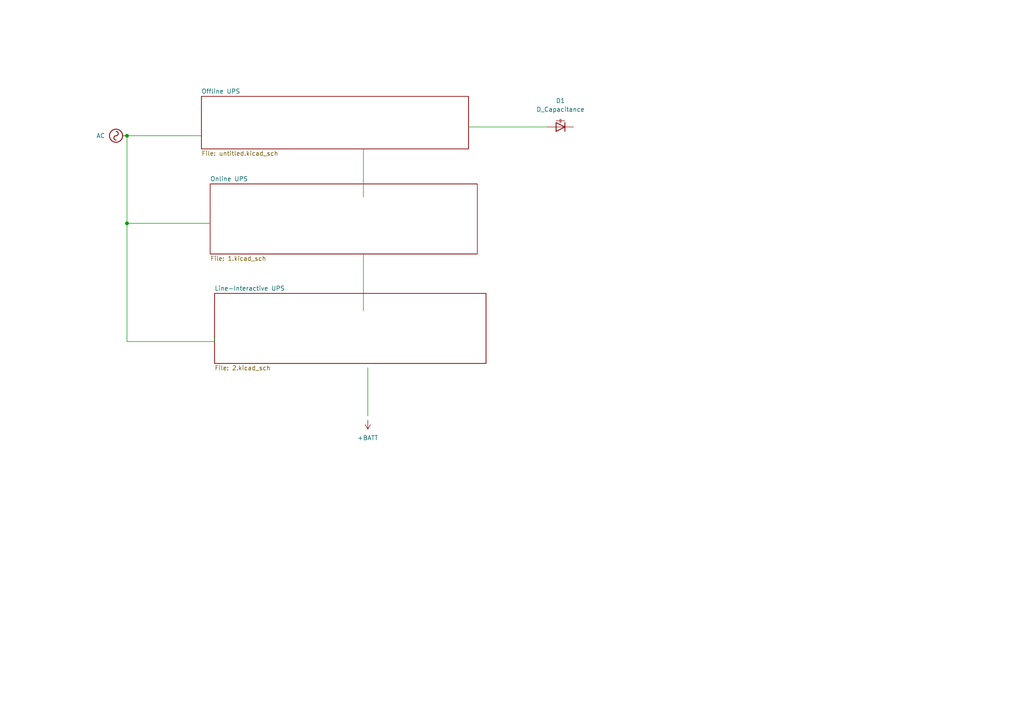
<source format=kicad_sch>
(kicad_sch
	(version 20250114)
	(generator "eeschema")
	(generator_version "9.0")
	(uuid "61429095-d244-4de9-9f34-68451fdbcfd4")
	(paper "A4")
	(lib_symbols
		(symbol "Device:D_Capacitance"
			(pin_numbers
				(hide yes)
			)
			(pin_names
				(offset 1.016)
				(hide yes)
			)
			(exclude_from_sim no)
			(in_bom yes)
			(on_board yes)
			(property "Reference" "D"
				(at 0 2.54 0)
				(effects
					(font
						(size 1.27 1.27)
					)
				)
			)
			(property "Value" "D_Capacitance"
				(at 0 -3.302 0)
				(effects
					(font
						(size 1.27 1.27)
					)
				)
			)
			(property "Footprint" ""
				(at 0 0 0)
				(effects
					(font
						(size 1.27 1.27)
					)
					(hide yes)
				)
			)
			(property "Datasheet" "~"
				(at 0 0 0)
				(effects
					(font
						(size 1.27 1.27)
					)
					(hide yes)
				)
			)
			(property "Description" "Variable capacitance diode"
				(at 0 0 0)
				(effects
					(font
						(size 1.27 1.27)
					)
					(hide yes)
				)
			)
			(property "ki_keywords" "capacitance diode varicap varactor"
				(at 0 0 0)
				(effects
					(font
						(size 1.27 1.27)
					)
					(hide yes)
				)
			)
			(property "ki_fp_filters" "TO-???* *_Diode_* *SingleDiode* D_*"
				(at 0 0 0)
				(effects
					(font
						(size 1.27 1.27)
					)
					(hide yes)
				)
			)
			(symbol "D_Capacitance_0_1"
				(polyline
					(pts
						(xy -1.27 1.27) (xy -1.27 -1.27)
					)
					(stroke
						(width 0.254)
						(type default)
					)
					(fill
						(type none)
					)
				)
				(polyline
					(pts
						(xy -1.27 0) (xy 1.27 0)
					)
					(stroke
						(width 0)
						(type default)
					)
					(fill
						(type none)
					)
				)
				(polyline
					(pts
						(xy -1.27 -1.778) (xy -0.1524 -1.778)
					)
					(stroke
						(width 0)
						(type default)
					)
					(fill
						(type none)
					)
				)
				(polyline
					(pts
						(xy -0.1524 -1.27) (xy -0.1524 -2.286)
					)
					(stroke
						(width 0)
						(type default)
					)
					(fill
						(type none)
					)
				)
				(polyline
					(pts
						(xy 0.1524 -1.27) (xy 0.1524 -2.286)
					)
					(stroke
						(width 0)
						(type default)
					)
					(fill
						(type none)
					)
				)
				(polyline
					(pts
						(xy 0.1524 -1.778) (xy 1.27 -1.778)
					)
					(stroke
						(width 0)
						(type default)
					)
					(fill
						(type none)
					)
				)
				(polyline
					(pts
						(xy 1.27 1.27) (xy 1.27 -1.27) (xy -1.27 0) (xy 1.27 1.27)
					)
					(stroke
						(width 0.254)
						(type default)
					)
					(fill
						(type none)
					)
				)
			)
			(symbol "D_Capacitance_1_1"
				(pin passive line
					(at -3.81 0 0)
					(length 2.54)
					(name "K"
						(effects
							(font
								(size 1.27 1.27)
							)
						)
					)
					(number "1"
						(effects
							(font
								(size 1.27 1.27)
							)
						)
					)
				)
				(pin passive line
					(at 3.81 0 180)
					(length 2.54)
					(name "A"
						(effects
							(font
								(size 1.27 1.27)
							)
						)
					)
					(number "2"
						(effects
							(font
								(size 1.27 1.27)
							)
						)
					)
				)
			)
			(embedded_fonts no)
		)
		(symbol "power:+BATT"
			(power)
			(pin_numbers
				(hide yes)
			)
			(pin_names
				(offset 0)
				(hide yes)
			)
			(exclude_from_sim no)
			(in_bom yes)
			(on_board yes)
			(property "Reference" "#PWR"
				(at 0 -3.81 0)
				(effects
					(font
						(size 1.27 1.27)
					)
					(hide yes)
				)
			)
			(property "Value" "+BATT"
				(at 0 3.556 0)
				(effects
					(font
						(size 1.27 1.27)
					)
				)
			)
			(property "Footprint" ""
				(at 0 0 0)
				(effects
					(font
						(size 1.27 1.27)
					)
					(hide yes)
				)
			)
			(property "Datasheet" ""
				(at 0 0 0)
				(effects
					(font
						(size 1.27 1.27)
					)
					(hide yes)
				)
			)
			(property "Description" "Power symbol creates a global label with name \"+BATT\""
				(at 0 0 0)
				(effects
					(font
						(size 1.27 1.27)
					)
					(hide yes)
				)
			)
			(property "ki_keywords" "global power battery"
				(at 0 0 0)
				(effects
					(font
						(size 1.27 1.27)
					)
					(hide yes)
				)
			)
			(symbol "+BATT_0_1"
				(polyline
					(pts
						(xy -0.762 1.27) (xy 0 2.54)
					)
					(stroke
						(width 0)
						(type default)
					)
					(fill
						(type none)
					)
				)
				(polyline
					(pts
						(xy 0 2.54) (xy 0.762 1.27)
					)
					(stroke
						(width 0)
						(type default)
					)
					(fill
						(type none)
					)
				)
				(polyline
					(pts
						(xy 0 0) (xy 0 2.54)
					)
					(stroke
						(width 0)
						(type default)
					)
					(fill
						(type none)
					)
				)
			)
			(symbol "+BATT_1_1"
				(pin power_in line
					(at 0 0 90)
					(length 0)
					(name "~"
						(effects
							(font
								(size 1.27 1.27)
							)
						)
					)
					(number "1"
						(effects
							(font
								(size 1.27 1.27)
							)
						)
					)
				)
			)
			(embedded_fonts no)
		)
		(symbol "power:AC"
			(power)
			(pin_numbers
				(hide yes)
			)
			(pin_names
				(offset 0)
				(hide yes)
			)
			(exclude_from_sim no)
			(in_bom yes)
			(on_board yes)
			(property "Reference" "#PWR"
				(at 0 -2.54 0)
				(effects
					(font
						(size 1.27 1.27)
					)
					(hide yes)
				)
			)
			(property "Value" "AC"
				(at 0 6.35 0)
				(effects
					(font
						(size 1.27 1.27)
					)
				)
			)
			(property "Footprint" ""
				(at 0 0 0)
				(effects
					(font
						(size 1.27 1.27)
					)
					(hide yes)
				)
			)
			(property "Datasheet" ""
				(at 0 0 0)
				(effects
					(font
						(size 1.27 1.27)
					)
					(hide yes)
				)
			)
			(property "Description" "Power symbol creates a global label with name \"AC\""
				(at 0 0 0)
				(effects
					(font
						(size 1.27 1.27)
					)
					(hide yes)
				)
			)
			(property "ki_keywords" "global power"
				(at 0 0 0)
				(effects
					(font
						(size 1.27 1.27)
					)
					(hide yes)
				)
			)
			(symbol "AC_0_1"
				(arc
					(start -1.27 3.175)
					(mid -0.635 3.8073)
					(end 0 3.175)
					(stroke
						(width 0.254)
						(type default)
					)
					(fill
						(type none)
					)
				)
				(circle
					(center 0 3.175)
					(radius 1.905)
					(stroke
						(width 0.254)
						(type default)
					)
					(fill
						(type none)
					)
				)
				(polyline
					(pts
						(xy 0 0) (xy 0 1.27)
					)
					(stroke
						(width 0)
						(type default)
					)
					(fill
						(type none)
					)
				)
				(arc
					(start 1.27 3.175)
					(mid 0.635 2.5427)
					(end 0 3.175)
					(stroke
						(width 0.254)
						(type default)
					)
					(fill
						(type none)
					)
				)
			)
			(symbol "AC_1_1"
				(pin power_in line
					(at 0 0 90)
					(length 0)
					(name "~"
						(effects
							(font
								(size 1.27 1.27)
							)
						)
					)
					(number "1"
						(effects
							(font
								(size 1.27 1.27)
							)
						)
					)
				)
			)
			(embedded_fonts no)
		)
	)
	(junction
		(at 36.83 64.77)
		(diameter 0)
		(color 0 0 0 0)
		(uuid "4c94a710-dd4b-44c3-a4ea-a2a501d843f2")
	)
	(junction
		(at 36.83 39.37)
		(diameter 0)
		(color 0 0 0 0)
		(uuid "cddf391a-e0bf-45d8-b6cb-f3a5e90e04ab")
	)
	(wire
		(pts
			(xy 36.83 39.37) (xy 36.83 64.77)
		)
		(stroke
			(width 0)
			(type default)
		)
		(uuid "19666c3d-10b3-49a2-897f-cc1abed0a7e3")
	)
	(wire
		(pts
			(xy 105.41 73.66) (xy 105.41 90.17)
		)
		(stroke
			(width 0)
			(type default)
		)
		(uuid "2edef996-65be-4fac-83f5-e453cbb48ca4")
	)
	(wire
		(pts
			(xy 36.83 64.77) (xy 36.83 99.06)
		)
		(stroke
			(width 0)
			(type default)
		)
		(uuid "4eb34484-a240-4ccf-bf6a-ba6939c58d78")
	)
	(wire
		(pts
			(xy 106.68 106.68) (xy 106.68 120.65)
		)
		(stroke
			(width 0)
			(type default)
		)
		(uuid "53816be5-cd93-467d-a5c3-483011e8c908")
	)
	(wire
		(pts
			(xy 36.83 39.37) (xy 58.42 39.37)
		)
		(stroke
			(width 0)
			(type default)
		)
		(uuid "5f7049bb-0281-4482-a6a0-ff26166dbfcc")
	)
	(wire
		(pts
			(xy 36.83 99.06) (xy 62.23 99.06)
		)
		(stroke
			(width 0)
			(type default)
		)
		(uuid "5fb979f7-6335-4f96-8607-796f7e71010b")
	)
	(wire
		(pts
			(xy 36.83 64.77) (xy 60.96 64.77)
		)
		(stroke
			(width 0)
			(type default)
		)
		(uuid "89822470-41fe-463a-af6c-5232a9bd6891")
	)
	(wire
		(pts
			(xy 105.41 43.18) (xy 105.41 57.15)
		)
		(stroke
			(width 0)
			(type default)
		)
		(uuid "b2d31ca9-7ccd-48e3-96b7-824cc00bed6f")
	)
	(wire
		(pts
			(xy 135.89 36.83) (xy 158.75 36.83)
		)
		(stroke
			(width 0)
			(type default)
		)
		(uuid "b3627181-3afe-4871-a789-460373ff6518")
	)
	(wire
		(pts
			(xy 62.23 97.79) (xy 62.23 99.06)
		)
		(stroke
			(width 0)
			(type default)
		)
		(uuid "c629a06b-812b-4f46-9e7a-bb8bbfa092de")
	)
	(symbol
		(lib_id "Device:D_Capacitance")
		(at 162.56 36.83 180)
		(unit 1)
		(exclude_from_sim no)
		(in_bom yes)
		(on_board yes)
		(dnp no)
		(fields_autoplaced yes)
		(uuid "14fea685-5483-4f86-9f9b-300f4c3db0b7")
		(property "Reference" "D1"
			(at 162.56 29.21 0)
			(effects
				(font
					(size 1.27 1.27)
				)
			)
		)
		(property "Value" "D_Capacitance"
			(at 162.56 31.75 0)
			(effects
				(font
					(size 1.27 1.27)
				)
			)
		)
		(property "Footprint" ""
			(at 162.56 36.83 0)
			(effects
				(font
					(size 1.27 1.27)
				)
				(hide yes)
			)
		)
		(property "Datasheet" "~"
			(at 162.56 36.83 0)
			(effects
				(font
					(size 1.27 1.27)
				)
				(hide yes)
			)
		)
		(property "Description" "Variable capacitance diode"
			(at 162.56 36.83 0)
			(effects
				(font
					(size 1.27 1.27)
				)
				(hide yes)
			)
		)
		(pin "1"
			(uuid "52b1757d-69b5-4e5d-9750-f46342dd1546")
		)
		(pin "2"
			(uuid "5a701b36-b080-4467-a99a-9e835e7801df")
		)
		(instances
			(project ""
				(path "/61429095-d244-4de9-9f34-68451fdbcfd4"
					(reference "D1")
					(unit 1)
				)
			)
		)
	)
	(symbol
		(lib_id "power:+BATT")
		(at 106.68 121.92 180)
		(unit 1)
		(exclude_from_sim no)
		(in_bom yes)
		(on_board yes)
		(dnp no)
		(fields_autoplaced yes)
		(uuid "6ebfe969-e0b1-4a6c-8bcf-46c7b940f023")
		(property "Reference" "#PWR02"
			(at 106.68 118.11 0)
			(effects
				(font
					(size 1.27 1.27)
				)
				(hide yes)
			)
		)
		(property "Value" "+BATT"
			(at 106.68 127 0)
			(effects
				(font
					(size 1.27 1.27)
				)
			)
		)
		(property "Footprint" ""
			(at 106.68 121.92 0)
			(effects
				(font
					(size 1.27 1.27)
				)
				(hide yes)
			)
		)
		(property "Datasheet" ""
			(at 106.68 121.92 0)
			(effects
				(font
					(size 1.27 1.27)
				)
				(hide yes)
			)
		)
		(property "Description" "Power symbol creates a global label with name \"+BATT\""
			(at 106.68 121.92 0)
			(effects
				(font
					(size 1.27 1.27)
				)
				(hide yes)
			)
		)
		(pin "1"
			(uuid "dab3e5ec-4e10-4a82-9ef7-76fe012f2fb6")
		)
		(instances
			(project ""
				(path "/61429095-d244-4de9-9f34-68451fdbcfd4"
					(reference "#PWR02")
					(unit 1)
				)
			)
		)
	)
	(symbol
		(lib_id "power:AC")
		(at 36.83 39.37 90)
		(unit 1)
		(exclude_from_sim no)
		(in_bom yes)
		(on_board yes)
		(dnp no)
		(fields_autoplaced yes)
		(uuid "a441b9e5-8593-4cd6-b9fd-a5f04a0b31fb")
		(property "Reference" "#PWR01"
			(at 39.37 39.37 0)
			(effects
				(font
					(size 1.27 1.27)
				)
				(hide yes)
			)
		)
		(property "Value" "AC"
			(at 30.48 39.3699 90)
			(effects
				(font
					(size 1.27 1.27)
				)
				(justify left)
			)
		)
		(property "Footprint" ""
			(at 36.83 39.37 0)
			(effects
				(font
					(size 1.27 1.27)
				)
				(hide yes)
			)
		)
		(property "Datasheet" ""
			(at 36.83 39.37 0)
			(effects
				(font
					(size 1.27 1.27)
				)
				(hide yes)
			)
		)
		(property "Description" "Power symbol creates a global label with name \"AC\""
			(at 36.83 39.37 0)
			(effects
				(font
					(size 1.27 1.27)
				)
				(hide yes)
			)
		)
		(pin "1"
			(uuid "388ef899-bfa4-49ef-bbd3-4e9c7e77487d")
		)
		(instances
			(project ""
				(path "/61429095-d244-4de9-9f34-68451fdbcfd4"
					(reference "#PWR01")
					(unit 1)
				)
			)
		)
	)
	(sheet
		(at 62.23 85.09)
		(size 78.74 20.32)
		(exclude_from_sim no)
		(in_bom yes)
		(on_board yes)
		(dnp no)
		(fields_autoplaced yes)
		(stroke
			(width 0.1524)
			(type solid)
		)
		(fill
			(color 0 0 0 0.0000)
		)
		(uuid "0a19a108-2a6b-44b3-9804-0898768abaf5")
		(property "Sheetname" "Line-Interactive UPS"
			(at 62.23 84.3784 0)
			(effects
				(font
					(size 1.27 1.27)
				)
				(justify left bottom)
			)
		)
		(property "Sheetfile" "2.kicad_sch"
			(at 62.23 105.9946 0)
			(effects
				(font
					(size 1.27 1.27)
				)
				(justify left top)
			)
		)
		(instances
			(project "Heavy-Operations-UI-Industry-System-EI-UPS"
				(path "/61429095-d244-4de9-9f34-68451fdbcfd4"
					(page "4")
				)
			)
		)
	)
	(sheet
		(at 60.96 53.34)
		(size 77.47 20.32)
		(exclude_from_sim no)
		(in_bom yes)
		(on_board yes)
		(dnp no)
		(fields_autoplaced yes)
		(stroke
			(width 0.1524)
			(type solid)
		)
		(fill
			(color 0 0 0 0.0000)
		)
		(uuid "1b19aaf4-fbe3-4d73-8137-b8c39d8bbe25")
		(property "Sheetname" "Online UPS"
			(at 60.96 52.6284 0)
			(effects
				(font
					(size 1.27 1.27)
				)
				(justify left bottom)
			)
		)
		(property "Sheetfile" "1.kicad_sch"
			(at 60.96 74.2446 0)
			(effects
				(font
					(size 1.27 1.27)
				)
				(justify left top)
			)
		)
		(instances
			(project "Heavy-Operations-UI-Industry-System-EI-UPS"
				(path "/61429095-d244-4de9-9f34-68451fdbcfd4"
					(page "3")
				)
			)
		)
	)
	(sheet
		(at 58.42 27.94)
		(size 77.47 15.24)
		(exclude_from_sim no)
		(in_bom yes)
		(on_board yes)
		(dnp no)
		(fields_autoplaced yes)
		(stroke
			(width 0.1524)
			(type solid)
		)
		(fill
			(color 0 0 0 0.0000)
		)
		(uuid "cdfd9ffd-d328-4eca-9813-f30282d053ff")
		(property "Sheetname" "Offline UPS"
			(at 58.42 27.2284 0)
			(effects
				(font
					(size 1.27 1.27)
				)
				(justify left bottom)
			)
		)
		(property "Sheetfile" "untitled.kicad_sch"
			(at 58.42 43.7646 0)
			(effects
				(font
					(size 1.27 1.27)
				)
				(justify left top)
			)
		)
		(instances
			(project "Heavy-Operations-UI-Industry-System-EI-UPS"
				(path "/61429095-d244-4de9-9f34-68451fdbcfd4"
					(page "2")
				)
			)
		)
	)
	(sheet_instances
		(path "/"
			(page "1")
		)
	)
	(embedded_fonts no)
)

</source>
